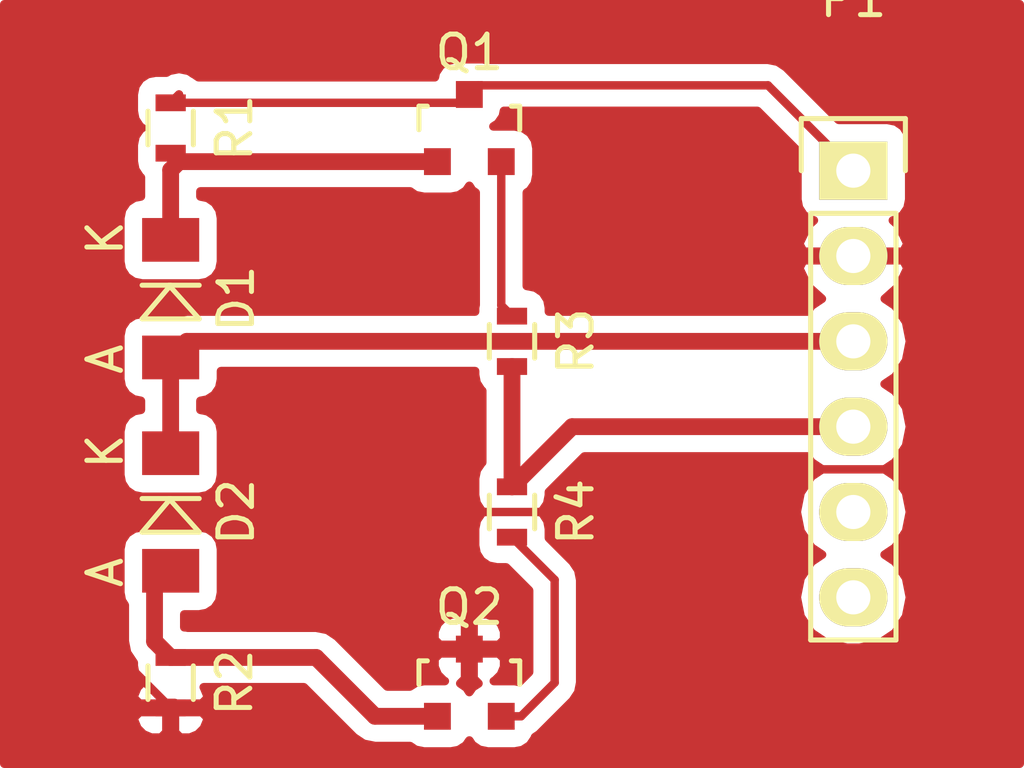
<source format=kicad_pcb>
(kicad_pcb (version 4) (host pcbnew 4.0.2+dfsg1-stable)

  (general
    (links 14)
    (no_connects 1)
    (area 144.78 91.565 175.288334 116.305)
    (thickness 1.6)
    (drawings 0)
    (tracks 38)
    (zones 0)
    (modules 9)
    (nets 11)
  )

  (page A4)
  (layers
    (0 F.Cu signal)
    (31 B.Cu signal hide)
    (32 B.Adhes user hide)
    (33 F.Adhes user hide)
    (34 B.Paste user hide)
    (35 F.Paste user hide)
    (36 B.SilkS user hide)
    (37 F.SilkS user hide)
    (38 B.Mask user hide)
    (39 F.Mask user hide)
    (40 Dwgs.User user hide)
    (41 Cmts.User user hide)
    (42 Eco1.User user hide)
    (43 Eco2.User user hide)
    (44 Edge.Cuts user hide)
    (45 Margin user hide)
    (46 B.CrtYd user hide)
    (47 F.CrtYd user hide)
    (48 B.Fab user hide)
    (49 F.Fab user hide)
  )

  (setup
    (last_trace_width 0.25)
    (trace_clearance 0.2)
    (zone_clearance 0.508)
    (zone_45_only no)
    (trace_min 0.2)
    (segment_width 0.2)
    (edge_width 0.15)
    (via_size 0.6)
    (via_drill 0.4)
    (via_min_size 0.4)
    (via_min_drill 0.3)
    (uvia_size 0.3)
    (uvia_drill 0.1)
    (uvias_allowed no)
    (uvia_min_size 0.2)
    (uvia_min_drill 0.1)
    (pcb_text_width 0.3)
    (pcb_text_size 1.5 1.5)
    (mod_edge_width 0.15)
    (mod_text_size 1 1)
    (mod_text_width 0.15)
    (pad_size 1.524 1.524)
    (pad_drill 0.762)
    (pad_to_mask_clearance 0.2)
    (aux_axis_origin 0 0)
    (visible_elements FFFFFF7F)
    (pcbplotparams
      (layerselection 0x00030_80000001)
      (usegerberextensions false)
      (excludeedgelayer true)
      (linewidth 0.100000)
      (plotframeref false)
      (viasonmask false)
      (mode 1)
      (useauxorigin false)
      (hpglpennumber 1)
      (hpglpenspeed 20)
      (hpglpendiameter 15)
      (hpglpenoverlay 2)
      (psnegative false)
      (psa4output false)
      (plotreference true)
      (plotvalue true)
      (plotinvisibletext false)
      (padsonsilk false)
      (subtractmaskfromsilk false)
      (outputformat 1)
      (mirror false)
      (drillshape 0)
      (scaleselection 1)
      (outputdirectory gerber))
  )

  (net 0 "")
  (net 1 "Net-(D1-Pad1)")
  (net 2 "Net-(D1-Pad2)")
  (net 3 "Net-(D2-Pad2)")
  (net 4 "Net-(Q1-Pad2)")
  (net 5 VDD)
  (net 6 "Net-(Q2-Pad2)")
  (net 7 GND)
  (net 8 "Net-(P1-Pad4)")
  (net 9 "Net-(P1-Pad5)")
  (net 10 "Net-(P1-Pad6)")

  (net_class Default "This is the default net class."
    (clearance 0.2)
    (trace_width 0.25)
    (via_dia 0.6)
    (via_drill 0.4)
    (uvia_dia 0.3)
    (uvia_drill 0.1)
    (add_net GND)
    (add_net "Net-(P1-Pad5)")
    (add_net "Net-(P1-Pad6)")
    (add_net "Net-(Q1-Pad2)")
    (add_net "Net-(Q2-Pad2)")
    (add_net VDD)
  )

  (net_class bigcurrent ""
    (clearance 0.2)
    (trace_width 0.5)
    (via_dia 0.7)
    (via_drill 0.4)
    (uvia_dia 0.3)
    (uvia_drill 0.1)
    (add_net "Net-(D1-Pad1)")
    (add_net "Net-(D1-Pad2)")
    (add_net "Net-(D2-Pad2)")
    (add_net "Net-(P1-Pad4)")
  )

  (module TO_SOT_Packages_SMD:SOT-23 (layer F.Cu) (tedit 553634F8) (tstamp 57AEF6AD)
    (at 158.75 96.52)
    (descr "SOT-23, Standard")
    (tags SOT-23)
    (path /57AEDEB5)
    (attr smd)
    (fp_text reference Q1 (at 0 -2.25) (layer F.SilkS)
      (effects (font (size 1 1) (thickness 0.15)))
    )
    (fp_text value MMBT3904 (at 0 2.3) (layer F.Fab)
      (effects (font (size 1 1) (thickness 0.15)))
    )
    (fp_line (start -1.65 -1.6) (end 1.65 -1.6) (layer F.CrtYd) (width 0.05))
    (fp_line (start 1.65 -1.6) (end 1.65 1.6) (layer F.CrtYd) (width 0.05))
    (fp_line (start 1.65 1.6) (end -1.65 1.6) (layer F.CrtYd) (width 0.05))
    (fp_line (start -1.65 1.6) (end -1.65 -1.6) (layer F.CrtYd) (width 0.05))
    (fp_line (start 1.29916 -0.65024) (end 1.2509 -0.65024) (layer F.SilkS) (width 0.15))
    (fp_line (start -1.49982 0.0508) (end -1.49982 -0.65024) (layer F.SilkS) (width 0.15))
    (fp_line (start -1.49982 -0.65024) (end -1.2509 -0.65024) (layer F.SilkS) (width 0.15))
    (fp_line (start 1.29916 -0.65024) (end 1.49982 -0.65024) (layer F.SilkS) (width 0.15))
    (fp_line (start 1.49982 -0.65024) (end 1.49982 0.0508) (layer F.SilkS) (width 0.15))
    (pad 1 smd rect (at -0.95 1.00076) (size 0.8001 0.8001) (layers F.Cu F.Paste F.Mask)
      (net 1 "Net-(D1-Pad1)"))
    (pad 2 smd rect (at 0.95 1.00076) (size 0.8001 0.8001) (layers F.Cu F.Paste F.Mask)
      (net 4 "Net-(Q1-Pad2)"))
    (pad 3 smd rect (at 0 -0.99822) (size 0.8001 0.8001) (layers F.Cu F.Paste F.Mask)
      (net 5 VDD))
    (model TO_SOT_Packages_SMD.3dshapes/SOT-23.wrl
      (at (xyz 0 0 0))
      (scale (xyz 1 1 1))
      (rotate (xyz 0 0 0))
    )
  )

  (module Diodes_SMD:MiniMELF_Standard (layer F.Cu) (tedit 55364937) (tstamp 57AEF6A0)
    (at 149.86 101.6 270)
    (descr "Diode Mini-MELF Standard")
    (tags "Diode Mini-MELF Standard")
    (path /57AEF575)
    (attr smd)
    (fp_text reference D1 (at 0 -1.95 270) (layer F.SilkS)
      (effects (font (size 1 1) (thickness 0.15)))
    )
    (fp_text value 1N4148 (at 0 3.81 270) (layer F.Fab)
      (effects (font (size 1 1) (thickness 0.15)))
    )
    (fp_line (start -2.55 -1) (end 2.55 -1) (layer F.CrtYd) (width 0.05))
    (fp_line (start 2.55 -1) (end 2.55 1) (layer F.CrtYd) (width 0.05))
    (fp_line (start 2.55 1) (end -2.55 1) (layer F.CrtYd) (width 0.05))
    (fp_line (start -2.55 1) (end -2.55 -1) (layer F.CrtYd) (width 0.05))
    (fp_line (start -0.40024 0.0508) (end 0.60052 -0.85) (layer F.SilkS) (width 0.15))
    (fp_line (start 0.60052 -0.85) (end 0.60052 0.85) (layer F.SilkS) (width 0.15))
    (fp_line (start 0.60052 0.85) (end -0.40024 0) (layer F.SilkS) (width 0.15))
    (fp_line (start -0.40024 -0.85) (end -0.40024 0.85) (layer F.SilkS) (width 0.15))
    (fp_text user K (at -1.8 1.95 270) (layer F.SilkS)
      (effects (font (size 1 1) (thickness 0.15)))
    )
    (fp_text user A (at 1.8 1.95 270) (layer F.SilkS)
      (effects (font (size 1 1) (thickness 0.15)))
    )
    (fp_circle (center 0 0) (end 0 0.55118) (layer F.Adhes) (width 0.381))
    (fp_circle (center 0 0) (end 0 0.20066) (layer F.Adhes) (width 0.381))
    (pad 1 smd rect (at -1.75006 0 270) (size 1.30048 1.69926) (layers F.Cu F.Paste F.Mask)
      (net 1 "Net-(D1-Pad1)"))
    (pad 2 smd rect (at 1.75006 0 270) (size 1.30048 1.69926) (layers F.Cu F.Paste F.Mask)
      (net 2 "Net-(D1-Pad2)"))
    (model Diodes_SMD.3dshapes/MiniMELF_Standard.wrl
      (at (xyz 0 0 0))
      (scale (xyz 0.3937 0.3937 0.3937))
      (rotate (xyz 0 0 0))
    )
  )

  (module Diodes_SMD:MiniMELF_Standard (layer F.Cu) (tedit 55364937) (tstamp 57AEF6A6)
    (at 149.86 107.95 270)
    (descr "Diode Mini-MELF Standard")
    (tags "Diode Mini-MELF Standard")
    (path /57AEF5C6)
    (attr smd)
    (fp_text reference D2 (at 0 -1.95 270) (layer F.SilkS)
      (effects (font (size 1 1) (thickness 0.15)))
    )
    (fp_text value 1N4148 (at 0 3.81 270) (layer F.Fab)
      (effects (font (size 1 1) (thickness 0.15)))
    )
    (fp_line (start -2.55 -1) (end 2.55 -1) (layer F.CrtYd) (width 0.05))
    (fp_line (start 2.55 -1) (end 2.55 1) (layer F.CrtYd) (width 0.05))
    (fp_line (start 2.55 1) (end -2.55 1) (layer F.CrtYd) (width 0.05))
    (fp_line (start -2.55 1) (end -2.55 -1) (layer F.CrtYd) (width 0.05))
    (fp_line (start -0.40024 0.0508) (end 0.60052 -0.85) (layer F.SilkS) (width 0.15))
    (fp_line (start 0.60052 -0.85) (end 0.60052 0.85) (layer F.SilkS) (width 0.15))
    (fp_line (start 0.60052 0.85) (end -0.40024 0) (layer F.SilkS) (width 0.15))
    (fp_line (start -0.40024 -0.85) (end -0.40024 0.85) (layer F.SilkS) (width 0.15))
    (fp_text user K (at -1.8 1.95 270) (layer F.SilkS)
      (effects (font (size 1 1) (thickness 0.15)))
    )
    (fp_text user A (at 1.8 1.95 270) (layer F.SilkS)
      (effects (font (size 1 1) (thickness 0.15)))
    )
    (fp_circle (center 0 0) (end 0 0.55118) (layer F.Adhes) (width 0.381))
    (fp_circle (center 0 0) (end 0 0.20066) (layer F.Adhes) (width 0.381))
    (pad 1 smd rect (at -1.75006 0 270) (size 1.30048 1.69926) (layers F.Cu F.Paste F.Mask)
      (net 2 "Net-(D1-Pad2)"))
    (pad 2 smd rect (at 1.75006 0 270) (size 1.30048 1.69926) (layers F.Cu F.Paste F.Mask)
      (net 3 "Net-(D2-Pad2)"))
    (model Diodes_SMD.3dshapes/MiniMELF_Standard.wrl
      (at (xyz 0 0 0))
      (scale (xyz 0.3937 0.3937 0.3937))
      (rotate (xyz 0 0 0))
    )
  )

  (module TO_SOT_Packages_SMD:SOT-23 (layer F.Cu) (tedit 553634F8) (tstamp 57AEF6B4)
    (at 158.75 113.03)
    (descr "SOT-23, Standard")
    (tags SOT-23)
    (path /57AEDEF5)
    (attr smd)
    (fp_text reference Q2 (at 0 -2.25) (layer F.SilkS)
      (effects (font (size 1 1) (thickness 0.15)))
    )
    (fp_text value MMBT3906 (at 0 2.3) (layer F.Fab)
      (effects (font (size 1 1) (thickness 0.15)))
    )
    (fp_line (start -1.65 -1.6) (end 1.65 -1.6) (layer F.CrtYd) (width 0.05))
    (fp_line (start 1.65 -1.6) (end 1.65 1.6) (layer F.CrtYd) (width 0.05))
    (fp_line (start 1.65 1.6) (end -1.65 1.6) (layer F.CrtYd) (width 0.05))
    (fp_line (start -1.65 1.6) (end -1.65 -1.6) (layer F.CrtYd) (width 0.05))
    (fp_line (start 1.29916 -0.65024) (end 1.2509 -0.65024) (layer F.SilkS) (width 0.15))
    (fp_line (start -1.49982 0.0508) (end -1.49982 -0.65024) (layer F.SilkS) (width 0.15))
    (fp_line (start -1.49982 -0.65024) (end -1.2509 -0.65024) (layer F.SilkS) (width 0.15))
    (fp_line (start 1.29916 -0.65024) (end 1.49982 -0.65024) (layer F.SilkS) (width 0.15))
    (fp_line (start 1.49982 -0.65024) (end 1.49982 0.0508) (layer F.SilkS) (width 0.15))
    (pad 1 smd rect (at -0.95 1.00076) (size 0.8001 0.8001) (layers F.Cu F.Paste F.Mask)
      (net 3 "Net-(D2-Pad2)"))
    (pad 2 smd rect (at 0.95 1.00076) (size 0.8001 0.8001) (layers F.Cu F.Paste F.Mask)
      (net 6 "Net-(Q2-Pad2)"))
    (pad 3 smd rect (at 0 -0.99822) (size 0.8001 0.8001) (layers F.Cu F.Paste F.Mask)
      (net 7 GND))
    (model TO_SOT_Packages_SMD.3dshapes/SOT-23.wrl
      (at (xyz 0 0 0))
      (scale (xyz 1 1 1))
      (rotate (xyz 0 0 0))
    )
  )

  (module Resistors_SMD:R_0603 (layer F.Cu) (tedit 5415CC62) (tstamp 57AEF6BA)
    (at 149.86 96.52 270)
    (descr "Resistor SMD 0603, reflow soldering, Vishay (see dcrcw.pdf)")
    (tags "resistor 0603")
    (path /57AEE6EC)
    (attr smd)
    (fp_text reference R1 (at 0 -1.9 270) (layer F.SilkS)
      (effects (font (size 1 1) (thickness 0.15)))
    )
    (fp_text value R (at 0 1.9 270) (layer F.Fab)
      (effects (font (size 1 1) (thickness 0.15)))
    )
    (fp_line (start -1.3 -0.8) (end 1.3 -0.8) (layer F.CrtYd) (width 0.05))
    (fp_line (start -1.3 0.8) (end 1.3 0.8) (layer F.CrtYd) (width 0.05))
    (fp_line (start -1.3 -0.8) (end -1.3 0.8) (layer F.CrtYd) (width 0.05))
    (fp_line (start 1.3 -0.8) (end 1.3 0.8) (layer F.CrtYd) (width 0.05))
    (fp_line (start 0.5 0.675) (end -0.5 0.675) (layer F.SilkS) (width 0.15))
    (fp_line (start -0.5 -0.675) (end 0.5 -0.675) (layer F.SilkS) (width 0.15))
    (pad 1 smd rect (at -0.75 0 270) (size 0.5 0.9) (layers F.Cu F.Paste F.Mask)
      (net 5 VDD))
    (pad 2 smd rect (at 0.75 0 270) (size 0.5 0.9) (layers F.Cu F.Paste F.Mask)
      (net 1 "Net-(D1-Pad1)"))
    (model Resistors_SMD.3dshapes/R_0603.wrl
      (at (xyz 0 0 0))
      (scale (xyz 1 1 1))
      (rotate (xyz 0 0 0))
    )
  )

  (module Resistors_SMD:R_0603 (layer F.Cu) (tedit 5415CC62) (tstamp 57AEF6C0)
    (at 149.86 113.03 270)
    (descr "Resistor SMD 0603, reflow soldering, Vishay (see dcrcw.pdf)")
    (tags "resistor 0603")
    (path /57AEE759)
    (attr smd)
    (fp_text reference R2 (at 0 -1.9 270) (layer F.SilkS)
      (effects (font (size 1 1) (thickness 0.15)))
    )
    (fp_text value R (at 0 1.9 270) (layer F.Fab)
      (effects (font (size 1 1) (thickness 0.15)))
    )
    (fp_line (start -1.3 -0.8) (end 1.3 -0.8) (layer F.CrtYd) (width 0.05))
    (fp_line (start -1.3 0.8) (end 1.3 0.8) (layer F.CrtYd) (width 0.05))
    (fp_line (start -1.3 -0.8) (end -1.3 0.8) (layer F.CrtYd) (width 0.05))
    (fp_line (start 1.3 -0.8) (end 1.3 0.8) (layer F.CrtYd) (width 0.05))
    (fp_line (start 0.5 0.675) (end -0.5 0.675) (layer F.SilkS) (width 0.15))
    (fp_line (start -0.5 -0.675) (end 0.5 -0.675) (layer F.SilkS) (width 0.15))
    (pad 1 smd rect (at -0.75 0 270) (size 0.5 0.9) (layers F.Cu F.Paste F.Mask)
      (net 3 "Net-(D2-Pad2)"))
    (pad 2 smd rect (at 0.75 0 270) (size 0.5 0.9) (layers F.Cu F.Paste F.Mask)
      (net 7 GND))
    (model Resistors_SMD.3dshapes/R_0603.wrl
      (at (xyz 0 0 0))
      (scale (xyz 1 1 1))
      (rotate (xyz 0 0 0))
    )
  )

  (module Resistors_SMD:R_0603 (layer F.Cu) (tedit 5415CC62) (tstamp 57AEF6C6)
    (at 160.02 102.87 270)
    (descr "Resistor SMD 0603, reflow soldering, Vishay (see dcrcw.pdf)")
    (tags "resistor 0603")
    (path /57AEE2AC)
    (attr smd)
    (fp_text reference R3 (at 0 -1.9 270) (layer F.SilkS)
      (effects (font (size 1 1) (thickness 0.15)))
    )
    (fp_text value R (at 0 1.9 270) (layer F.Fab)
      (effects (font (size 1 1) (thickness 0.15)))
    )
    (fp_line (start -1.3 -0.8) (end 1.3 -0.8) (layer F.CrtYd) (width 0.05))
    (fp_line (start -1.3 0.8) (end 1.3 0.8) (layer F.CrtYd) (width 0.05))
    (fp_line (start -1.3 -0.8) (end -1.3 0.8) (layer F.CrtYd) (width 0.05))
    (fp_line (start 1.3 -0.8) (end 1.3 0.8) (layer F.CrtYd) (width 0.05))
    (fp_line (start 0.5 0.675) (end -0.5 0.675) (layer F.SilkS) (width 0.15))
    (fp_line (start -0.5 -0.675) (end 0.5 -0.675) (layer F.SilkS) (width 0.15))
    (pad 1 smd rect (at -0.75 0 270) (size 0.5 0.9) (layers F.Cu F.Paste F.Mask)
      (net 4 "Net-(Q1-Pad2)"))
    (pad 2 smd rect (at 0.75 0 270) (size 0.5 0.9) (layers F.Cu F.Paste F.Mask)
      (net 8 "Net-(P1-Pad4)"))
    (model Resistors_SMD.3dshapes/R_0603.wrl
      (at (xyz 0 0 0))
      (scale (xyz 1 1 1))
      (rotate (xyz 0 0 0))
    )
  )

  (module Resistors_SMD:R_0603 (layer F.Cu) (tedit 5415CC62) (tstamp 57AEF6CC)
    (at 160.02 107.95 270)
    (descr "Resistor SMD 0603, reflow soldering, Vishay (see dcrcw.pdf)")
    (tags "resistor 0603")
    (path /57AEE7A2)
    (attr smd)
    (fp_text reference R4 (at 0 -1.9 270) (layer F.SilkS)
      (effects (font (size 1 1) (thickness 0.15)))
    )
    (fp_text value R (at 0 1.9 270) (layer F.Fab)
      (effects (font (size 1 1) (thickness 0.15)))
    )
    (fp_line (start -1.3 -0.8) (end 1.3 -0.8) (layer F.CrtYd) (width 0.05))
    (fp_line (start -1.3 0.8) (end 1.3 0.8) (layer F.CrtYd) (width 0.05))
    (fp_line (start -1.3 -0.8) (end -1.3 0.8) (layer F.CrtYd) (width 0.05))
    (fp_line (start 1.3 -0.8) (end 1.3 0.8) (layer F.CrtYd) (width 0.05))
    (fp_line (start 0.5 0.675) (end -0.5 0.675) (layer F.SilkS) (width 0.15))
    (fp_line (start -0.5 -0.675) (end 0.5 -0.675) (layer F.SilkS) (width 0.15))
    (pad 1 smd rect (at -0.75 0 270) (size 0.5 0.9) (layers F.Cu F.Paste F.Mask)
      (net 8 "Net-(P1-Pad4)"))
    (pad 2 smd rect (at 0.75 0 270) (size 0.5 0.9) (layers F.Cu F.Paste F.Mask)
      (net 6 "Net-(Q2-Pad2)"))
    (model Resistors_SMD.3dshapes/R_0603.wrl
      (at (xyz 0 0 0))
      (scale (xyz 1 1 1))
      (rotate (xyz 0 0 0))
    )
  )

  (module Pin_Headers:Pin_Header_Straight_1x06 (layer F.Cu) (tedit 0) (tstamp 57AF0008)
    (at 170.18 97.79)
    (descr "Through hole pin header")
    (tags "pin header")
    (path /57AEFB7C)
    (fp_text reference P1 (at 0 -5.1) (layer F.SilkS)
      (effects (font (size 1 1) (thickness 0.15)))
    )
    (fp_text value CONN_01X06 (at 0 -3.1) (layer F.Fab)
      (effects (font (size 1 1) (thickness 0.15)))
    )
    (fp_line (start -1.75 -1.75) (end -1.75 14.45) (layer F.CrtYd) (width 0.05))
    (fp_line (start 1.75 -1.75) (end 1.75 14.45) (layer F.CrtYd) (width 0.05))
    (fp_line (start -1.75 -1.75) (end 1.75 -1.75) (layer F.CrtYd) (width 0.05))
    (fp_line (start -1.75 14.45) (end 1.75 14.45) (layer F.CrtYd) (width 0.05))
    (fp_line (start 1.27 1.27) (end 1.27 13.97) (layer F.SilkS) (width 0.15))
    (fp_line (start 1.27 13.97) (end -1.27 13.97) (layer F.SilkS) (width 0.15))
    (fp_line (start -1.27 13.97) (end -1.27 1.27) (layer F.SilkS) (width 0.15))
    (fp_line (start 1.55 -1.55) (end 1.55 0) (layer F.SilkS) (width 0.15))
    (fp_line (start 1.27 1.27) (end -1.27 1.27) (layer F.SilkS) (width 0.15))
    (fp_line (start -1.55 0) (end -1.55 -1.55) (layer F.SilkS) (width 0.15))
    (fp_line (start -1.55 -1.55) (end 1.55 -1.55) (layer F.SilkS) (width 0.15))
    (pad 1 thru_hole rect (at 0 0) (size 2.032 1.7272) (drill 1.016) (layers *.Cu *.Mask F.SilkS)
      (net 5 VDD))
    (pad 2 thru_hole oval (at 0 2.54) (size 2.032 1.7272) (drill 1.016) (layers *.Cu *.Mask F.SilkS)
      (net 7 GND))
    (pad 3 thru_hole oval (at 0 5.08) (size 2.032 1.7272) (drill 1.016) (layers *.Cu *.Mask F.SilkS)
      (net 2 "Net-(D1-Pad2)"))
    (pad 4 thru_hole oval (at 0 7.62) (size 2.032 1.7272) (drill 1.016) (layers *.Cu *.Mask F.SilkS)
      (net 8 "Net-(P1-Pad4)"))
    (pad 5 thru_hole oval (at 0 10.16) (size 2.032 1.7272) (drill 1.016) (layers *.Cu *.Mask F.SilkS)
      (net 9 "Net-(P1-Pad5)"))
    (pad 6 thru_hole oval (at 0 12.7) (size 2.032 1.7272) (drill 1.016) (layers *.Cu *.Mask F.SilkS)
      (net 10 "Net-(P1-Pad6)"))
    (model Pin_Headers.3dshapes/Pin_Header_Straight_1x06.wrl
      (at (xyz 0 -0.25 0))
      (scale (xyz 1 1 1))
      (rotate (xyz 0 0 90))
    )
  )

  (segment (start 157.8 97.52076) (end 150.11076 97.52076) (width 0.5) (layer F.Cu) (net 1))
  (segment (start 149.86 97.77152) (end 149.86 99.84994) (width 0.5) (layer F.Cu) (net 1) (tstamp 57AF0490))
  (segment (start 150.11076 97.52076) (end 149.86 97.77152) (width 0.5) (layer F.Cu) (net 1) (tstamp 57AF048E))
  (segment (start 170.18 102.87) (end 150.34006 102.87) (width 0.5) (layer F.Cu) (net 2))
  (segment (start 150.34006 102.87) (end 149.86 103.35006) (width 0.5) (layer F.Cu) (net 2) (tstamp 57AF0131))
  (segment (start 149.86 103.35006) (end 149.86 106.19994) (width 0.5) (layer F.Cu) (net 2) (tstamp 57AF013A))
  (segment (start 157.8 114.03076) (end 155.94076 114.03076) (width 0.5) (layer F.Cu) (net 3))
  (segment (start 154.19 112.28) (end 149.86 112.28) (width 0.5) (layer F.Cu) (net 3) (tstamp 57AF14EB))
  (segment (start 155.94076 114.03076) (end 154.19 112.28) (width 0.5) (layer F.Cu) (net 3) (tstamp 57AF14E6))
  (segment (start 149.37994 109.70006) (end 149.37994 111.79994) (width 0.5) (layer F.Cu) (net 3) (tstamp 57AF024E))
  (segment (start 149.37994 111.79994) (end 149.86 112.28) (width 0.5) (layer F.Cu) (net 3) (tstamp 57AF024F))
  (segment (start 159.7 97.52076) (end 159.7 101.8) (width 0.25) (layer F.Cu) (net 4))
  (segment (start 159.7 101.8) (end 160.02 102.12) (width 0.25) (layer F.Cu) (net 4) (tstamp 57AF0119))
  (segment (start 149.86 95.77) (end 158.50178 95.77) (width 0.25) (layer F.Cu) (net 5))
  (segment (start 158.50178 95.77) (end 159.02178 95.25) (width 0.25) (layer F.Cu) (net 5) (tstamp 57AF037E))
  (segment (start 159.02178 95.25) (end 167.64 95.25) (width 0.25) (layer F.Cu) (net 5) (tstamp 57AF0381))
  (segment (start 167.64 95.25) (end 170.18 97.79) (width 0.25) (layer F.Cu) (net 5) (tstamp 57AF0388))
  (segment (start 150.10822 95.52178) (end 149.86 95.77) (width 0.25) (layer F.Cu) (net 5) (tstamp 57AF0363))
  (segment (start 150.10822 95.52178) (end 149.86 95.77) (width 0.25) (layer F.Cu) (net 5) (tstamp 57AF0106))
  (segment (start 159.7 114.03076) (end 160.28924 114.03076) (width 0.25) (layer F.Cu) (net 6))
  (segment (start 161.29 109.97) (end 160.02 108.7) (width 0.25) (layer F.Cu) (net 6) (tstamp 57AF0465))
  (segment (start 161.29 113.03) (end 161.29 109.97) (width 0.25) (layer F.Cu) (net 6) (tstamp 57AF0462))
  (segment (start 160.28924 114.03076) (end 161.29 113.03) (width 0.25) (layer F.Cu) (net 6) (tstamp 57AF0456))
  (segment (start 158.75 112.03178) (end 156.48178 112.03178) (width 0.25) (layer F.Cu) (net 7))
  (segment (start 147.32 111.24) (end 149.86 113.78) (width 0.25) (layer F.Cu) (net 7) (tstamp 57AF1500))
  (segment (start 147.32 109.22) (end 147.32 111.24) (width 0.25) (layer F.Cu) (net 7) (tstamp 57AF14FD))
  (segment (start 148.59 107.95) (end 147.32 109.22) (width 0.25) (layer F.Cu) (net 7) (tstamp 57AF14FB))
  (segment (start 152.4 107.95) (end 148.59 107.95) (width 0.25) (layer F.Cu) (net 7) (tstamp 57AF14F8))
  (segment (start 156.48178 112.03178) (end 152.4 107.95) (width 0.25) (layer F.Cu) (net 7) (tstamp 57AF14F4))
  (segment (start 158.75 112.03178) (end 158.75 107.95) (width 0.25) (layer F.Cu) (net 7))
  (segment (start 172.72 100.33) (end 170.18 100.33) (width 0.25) (layer F.Cu) (net 7) (tstamp 57AF0446))
  (segment (start 172.72 106.68) (end 172.72 100.33) (width 0.25) (layer F.Cu) (net 7) (tstamp 57AF0443))
  (segment (start 168.91 106.68) (end 172.72 106.68) (width 0.25) (layer F.Cu) (net 7) (tstamp 57AF0442))
  (segment (start 167.64 107.95) (end 168.91 106.68) (width 0.25) (layer F.Cu) (net 7) (tstamp 57AF0436))
  (segment (start 158.75 107.95) (end 167.64 107.95) (width 0.25) (layer F.Cu) (net 7) (tstamp 57AF0431))
  (segment (start 160.02 103.62) (end 160.02 107.2) (width 0.5) (layer F.Cu) (net 8))
  (segment (start 160.02 107.2) (end 161.81 105.41) (width 0.5) (layer F.Cu) (net 8) (tstamp 57AF0471))
  (segment (start 161.81 105.41) (end 170.18 105.41) (width 0.5) (layer F.Cu) (net 8) (tstamp 57AF0473))

  (zone (net 7) (net_name GND) (layer F.Cu) (tstamp 57AF1573) (hatch edge 0.508)
    (connect_pads (clearance 0.508))
    (min_thickness 0.254)
    (fill yes (arc_segments 16) (thermal_gap 0.508) (thermal_bridge_width 0.508))
    (polygon
      (pts
        (xy 144.78 92.71) (xy 175.26 92.71) (xy 175.26 115.57) (xy 144.78 115.57)
      )
    )
    (filled_polygon
      (pts
        (xy 175.133 115.443) (xy 144.907 115.443) (xy 144.907 114.06375) (xy 148.775 114.06375) (xy 148.775 114.156309)
        (xy 148.871673 114.389698) (xy 149.050301 114.568327) (xy 149.28369 114.665) (xy 149.57425 114.665) (xy 149.733 114.50625)
        (xy 149.733 113.905) (xy 149.987 113.905) (xy 149.987 114.50625) (xy 150.14575 114.665) (xy 150.43631 114.665)
        (xy 150.669699 114.568327) (xy 150.848327 114.389698) (xy 150.945 114.156309) (xy 150.945 114.06375) (xy 150.78625 113.905)
        (xy 149.987 113.905) (xy 149.733 113.905) (xy 148.93375 113.905) (xy 148.775 114.06375) (xy 144.907 114.06375)
        (xy 144.907 99.1997) (xy 148.36293 99.1997) (xy 148.36293 100.50018) (xy 148.407208 100.735497) (xy 148.54628 100.951621)
        (xy 148.75848 101.096611) (xy 149.01037 101.14762) (xy 150.70963 101.14762) (xy 150.944947 101.103342) (xy 151.161071 100.96427)
        (xy 151.306061 100.75207) (xy 151.35707 100.50018) (xy 151.35707 99.1997) (xy 151.312792 98.964383) (xy 151.17372 98.748259)
        (xy 150.96152 98.603269) (xy 150.745 98.559423) (xy 150.745 98.40576) (xy 156.984902 98.40576) (xy 157.14806 98.517241)
        (xy 157.39995 98.56825) (xy 158.20005 98.56825) (xy 158.435367 98.523972) (xy 158.651491 98.3849) (xy 158.750632 98.239803)
        (xy 158.83586 98.372251) (xy 158.94 98.443407) (xy 158.94 101.783879) (xy 158.92256 101.87) (xy 158.92256 101.985)
        (xy 150.34006 101.985) (xy 150.001385 102.052367) (xy 150.001366 102.05238) (xy 149.01037 102.05238) (xy 148.775053 102.096658)
        (xy 148.558929 102.23573) (xy 148.413939 102.44793) (xy 148.36293 102.69982) (xy 148.36293 104.0003) (xy 148.407208 104.235617)
        (xy 148.54628 104.451741) (xy 148.75848 104.596731) (xy 148.975 104.640577) (xy 148.975 104.908915) (xy 148.775053 104.946538)
        (xy 148.558929 105.08561) (xy 148.413939 105.29781) (xy 148.36293 105.5497) (xy 148.36293 106.85018) (xy 148.407208 107.085497)
        (xy 148.54628 107.301621) (xy 148.75848 107.446611) (xy 149.01037 107.49762) (xy 150.70963 107.49762) (xy 150.944947 107.453342)
        (xy 151.161071 107.31427) (xy 151.306061 107.10207) (xy 151.35707 106.85018) (xy 151.35707 105.5497) (xy 151.312792 105.314383)
        (xy 151.17372 105.098259) (xy 150.96152 104.953269) (xy 150.745 104.909423) (xy 150.745 104.641085) (xy 150.944947 104.603462)
        (xy 151.161071 104.46439) (xy 151.306061 104.25219) (xy 151.35707 104.0003) (xy 151.35707 103.755) (xy 158.92256 103.755)
        (xy 158.92256 103.87) (xy 158.966838 104.105317) (xy 159.10591 104.321441) (xy 159.135 104.341317) (xy 159.135 106.475331)
        (xy 159.118559 106.48591) (xy 158.973569 106.69811) (xy 158.92256 106.95) (xy 158.92256 107.45) (xy 158.966838 107.685317)
        (xy 159.10591 107.901441) (xy 159.175711 107.949134) (xy 159.118559 107.98591) (xy 158.973569 108.19811) (xy 158.92256 108.45)
        (xy 158.92256 108.95) (xy 158.966838 109.185317) (xy 159.10591 109.401441) (xy 159.31811 109.546431) (xy 159.57 109.59744)
        (xy 159.842638 109.59744) (xy 160.53 110.284802) (xy 160.53 112.715198) (xy 160.234667 113.010531) (xy 160.10005 112.98327)
        (xy 159.47809 112.98327) (xy 159.509748 112.970157) (xy 159.688377 112.791529) (xy 159.78505 112.55814) (xy 159.78505 112.31753)
        (xy 159.6263 112.15878) (xy 158.877 112.15878) (xy 158.877 112.90808) (xy 159.023157 113.054237) (xy 158.848509 113.16662)
        (xy 158.749368 113.311717) (xy 158.66414 113.179269) (xy 158.478591 113.052489) (xy 158.623 112.90808) (xy 158.623 112.15878)
        (xy 157.8737 112.15878) (xy 157.71495 112.31753) (xy 157.71495 112.55814) (xy 157.811623 112.791529) (xy 157.990252 112.970157)
        (xy 158.02191 112.98327) (xy 157.39995 112.98327) (xy 157.164633 113.027548) (xy 156.980926 113.14576) (xy 156.307339 113.14576)
        (xy 154.81579 111.65421) (xy 154.593109 111.50542) (xy 157.71495 111.50542) (xy 157.71495 111.74603) (xy 157.8737 111.90478)
        (xy 158.623 111.90478) (xy 158.623 111.15548) (xy 158.877 111.15548) (xy 158.877 111.90478) (xy 159.6263 111.90478)
        (xy 159.78505 111.74603) (xy 159.78505 111.50542) (xy 159.688377 111.272031) (xy 159.509748 111.093403) (xy 159.276359 110.99673)
        (xy 159.03575 110.99673) (xy 158.877 111.15548) (xy 158.623 111.15548) (xy 158.46425 110.99673) (xy 158.223641 110.99673)
        (xy 157.990252 111.093403) (xy 157.811623 111.272031) (xy 157.71495 111.50542) (xy 154.593109 111.50542) (xy 154.528675 111.462367)
        (xy 154.472484 111.45119) (xy 154.19 111.394999) (xy 154.189995 111.395) (xy 150.371431 111.395) (xy 150.31 111.38256)
        (xy 150.26494 111.38256) (xy 150.26494 110.99774) (xy 150.70963 110.99774) (xy 150.944947 110.953462) (xy 151.161071 110.81439)
        (xy 151.306061 110.60219) (xy 151.35707 110.3503) (xy 151.35707 109.04982) (xy 151.312792 108.814503) (xy 151.17372 108.598379)
        (xy 150.96152 108.453389) (xy 150.70963 108.40238) (xy 149.01037 108.40238) (xy 148.775053 108.446658) (xy 148.558929 108.58573)
        (xy 148.413939 108.79793) (xy 148.36293 109.04982) (xy 148.36293 110.3503) (xy 148.407208 110.585617) (xy 148.49494 110.721956)
        (xy 148.49494 111.799935) (xy 148.494939 111.79994) (xy 148.532467 111.9886) (xy 148.562307 112.138615) (xy 148.75415 112.42573)
        (xy 148.76256 112.43414) (xy 148.76256 112.53) (xy 148.806838 112.765317) (xy 148.94591 112.981441) (xy 149.014006 113.027969)
        (xy 148.871673 113.170302) (xy 148.775 113.403691) (xy 148.775 113.49625) (xy 148.93375 113.655) (xy 149.733 113.655)
        (xy 149.733 113.633) (xy 149.987 113.633) (xy 149.987 113.655) (xy 150.78625 113.655) (xy 150.945 113.49625)
        (xy 150.945 113.403691) (xy 150.848327 113.170302) (xy 150.843025 113.165) (xy 153.82342 113.165) (xy 155.314968 114.656547)
        (xy 155.31497 114.65655) (xy 155.506814 114.784735) (xy 155.602086 114.848394) (xy 155.94076 114.915761) (xy 155.940765 114.91576)
        (xy 156.984902 114.91576) (xy 157.14806 115.027241) (xy 157.39995 115.07825) (xy 158.20005 115.07825) (xy 158.435367 115.033972)
        (xy 158.651491 114.8949) (xy 158.750632 114.749803) (xy 158.83586 114.882251) (xy 159.04806 115.027241) (xy 159.29995 115.07825)
        (xy 160.10005 115.07825) (xy 160.335367 115.033972) (xy 160.551491 114.8949) (xy 160.696481 114.6827) (xy 160.702938 114.650817)
        (xy 160.826641 114.568161) (xy 161.827401 113.567401) (xy 161.992148 113.32084) (xy 162.05 113.03) (xy 162.05 109.97)
        (xy 161.992148 109.679161) (xy 161.992148 109.67916) (xy 161.827401 109.432599) (xy 161.11744 108.722638) (xy 161.11744 108.45)
        (xy 161.073162 108.214683) (xy 160.93409 107.998559) (xy 160.864289 107.950866) (xy 160.921441 107.91409) (xy 161.066431 107.70189)
        (xy 161.11744 107.45) (xy 161.11744 107.35414) (xy 162.176579 106.295) (xy 168.818874 106.295) (xy 168.935585 106.46967)
        (xy 169.250366 106.68) (xy 168.935585 106.89033) (xy 168.610729 107.376511) (xy 168.496655 107.95) (xy 168.610729 108.523489)
        (xy 168.935585 109.00967) (xy 169.250366 109.22) (xy 168.935585 109.43033) (xy 168.610729 109.916511) (xy 168.496655 110.49)
        (xy 168.610729 111.063489) (xy 168.935585 111.54967) (xy 169.421766 111.874526) (xy 169.995255 111.9886) (xy 170.364745 111.9886)
        (xy 170.938234 111.874526) (xy 171.424415 111.54967) (xy 171.749271 111.063489) (xy 171.863345 110.49) (xy 171.749271 109.916511)
        (xy 171.424415 109.43033) (xy 171.109634 109.22) (xy 171.424415 109.00967) (xy 171.749271 108.523489) (xy 171.863345 107.95)
        (xy 171.749271 107.376511) (xy 171.424415 106.89033) (xy 171.109634 106.68) (xy 171.424415 106.46967) (xy 171.749271 105.983489)
        (xy 171.863345 105.41) (xy 171.749271 104.836511) (xy 171.424415 104.35033) (xy 171.109634 104.14) (xy 171.424415 103.92967)
        (xy 171.749271 103.443489) (xy 171.863345 102.87) (xy 171.749271 102.296511) (xy 171.424415 101.81033) (xy 171.114931 101.603539)
        (xy 171.530732 101.232036) (xy 171.784709 100.704791) (xy 171.787358 100.689026) (xy 171.666217 100.457) (xy 170.307 100.457)
        (xy 170.307 100.477) (xy 170.053 100.477) (xy 170.053 100.457) (xy 168.693783 100.457) (xy 168.572642 100.689026)
        (xy 168.575291 100.704791) (xy 168.829268 101.232036) (xy 169.245069 101.603539) (xy 168.935585 101.81033) (xy 168.818874 101.985)
        (xy 161.11744 101.985) (xy 161.11744 101.87) (xy 161.073162 101.634683) (xy 160.93409 101.418559) (xy 160.72189 101.273569)
        (xy 160.47 101.22256) (xy 160.46 101.22256) (xy 160.46 98.443773) (xy 160.551491 98.3849) (xy 160.696481 98.1727)
        (xy 160.74749 97.92081) (xy 160.74749 97.12071) (xy 160.703212 96.885393) (xy 160.56414 96.669269) (xy 160.35194 96.524279)
        (xy 160.10005 96.47327) (xy 159.465745 96.47327) (xy 159.601491 96.38592) (xy 159.746481 96.17372) (xy 159.779635 96.01)
        (xy 167.325198 96.01) (xy 168.51656 97.201362) (xy 168.51656 98.6536) (xy 168.560838 98.888917) (xy 168.69991 99.105041)
        (xy 168.91211 99.250031) (xy 169.006927 99.269232) (xy 168.829268 99.427964) (xy 168.575291 99.955209) (xy 168.572642 99.970974)
        (xy 168.693783 100.203) (xy 170.053 100.203) (xy 170.053 100.183) (xy 170.307 100.183) (xy 170.307 100.203)
        (xy 171.666217 100.203) (xy 171.787358 99.970974) (xy 171.784709 99.955209) (xy 171.530732 99.427964) (xy 171.355155 99.271093)
        (xy 171.431317 99.256762) (xy 171.647441 99.11769) (xy 171.792431 98.90549) (xy 171.84344 98.6536) (xy 171.84344 96.9264)
        (xy 171.799162 96.691083) (xy 171.66009 96.474959) (xy 171.44789 96.329969) (xy 171.196 96.27896) (xy 169.743762 96.27896)
        (xy 168.177401 94.712599) (xy 167.930839 94.547852) (xy 167.64 94.49) (xy 159.227628 94.49) (xy 159.15005 94.47429)
        (xy 158.34995 94.47429) (xy 158.114633 94.518568) (xy 157.898509 94.65764) (xy 157.753519 94.86984) (xy 157.725136 95.01)
        (xy 150.688386 95.01) (xy 150.56189 94.923569) (xy 150.551447 94.921454) (xy 150.399059 94.819632) (xy 150.10822 94.76178)
        (xy 149.817381 94.819632) (xy 149.738168 94.87256) (xy 149.41 94.87256) (xy 149.174683 94.916838) (xy 148.958559 95.05591)
        (xy 148.813569 95.26811) (xy 148.76256 95.52) (xy 148.76256 96.02) (xy 148.806838 96.255317) (xy 148.94591 96.471441)
        (xy 149.015711 96.519134) (xy 148.958559 96.55591) (xy 148.813569 96.76811) (xy 148.76256 97.02) (xy 148.76256 97.52)
        (xy 148.806838 97.755317) (xy 148.94591 97.971441) (xy 148.975 97.991317) (xy 148.975 98.558915) (xy 148.775053 98.596538)
        (xy 148.558929 98.73561) (xy 148.413939 98.94781) (xy 148.36293 99.1997) (xy 144.907 99.1997) (xy 144.907 92.837)
        (xy 175.133 92.837)
      )
    )
  )
)

</source>
